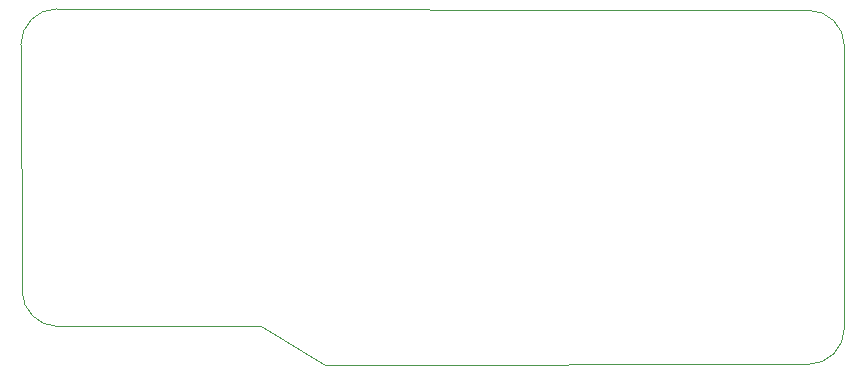
<source format=gbr>
%TF.GenerationSoftware,KiCad,Pcbnew,9.0.2*%
%TF.CreationDate,2025-11-18T20:52:18-03:00*%
%TF.ProjectId,Smart_insoles_2025_v1,536d6172-745f-4696-9e73-6f6c65735f32,rev?*%
%TF.SameCoordinates,Original*%
%TF.FileFunction,Profile,NP*%
%FSLAX46Y46*%
G04 Gerber Fmt 4.6, Leading zero omitted, Abs format (unit mm)*
G04 Created by KiCad (PCBNEW 9.0.2) date 2025-11-18 20:52:18*
%MOMM*%
%LPD*%
G01*
G04 APERTURE LIST*
%TA.AperFunction,Profile*%
%ADD10C,0.050000*%
%TD*%
G04 APERTURE END LIST*
D10*
X125127261Y-95807738D02*
X130555261Y-99057739D01*
X107855261Y-95807738D02*
G75*
G02*
X104898567Y-92815027I92339J3048138D01*
G01*
X171480739Y-69038261D02*
X107850000Y-68915000D01*
X174525390Y-95966000D02*
X174528739Y-72086261D01*
X125127280Y-95807738D02*
X107855261Y-95807738D01*
X104802000Y-71963000D02*
G75*
G02*
X107850000Y-68915000I3048000J0D01*
G01*
X104802000Y-71963000D02*
X104900000Y-92814726D01*
X171480739Y-69038261D02*
G75*
G02*
X174528739Y-72086261I-39J-3048039D01*
G01*
X174525390Y-95966000D02*
G75*
G02*
X171477390Y-99013990I-3047890J-100D01*
G01*
X130555261Y-99057739D02*
X171477390Y-99014000D01*
M02*

</source>
